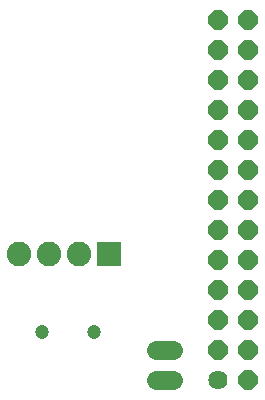
<source format=gbs>
G75*
G70*
%OFA0B0*%
%FSLAX24Y24*%
%IPPOS*%
%LPD*%
%AMOC8*
5,1,8,0,0,1.08239X$1,22.5*
%
%ADD10C,0.0640*%
%ADD11OC8,0.0640*%
%ADD12C,0.0640*%
%ADD13R,0.0820X0.0820*%
%ADD14C,0.0820*%
%ADD15C,0.0474*%
D10*
X008580Y000730D03*
D11*
X008580Y001730D03*
X008580Y002730D03*
X008580Y003730D03*
X008580Y004730D03*
X008580Y005730D03*
X008580Y006730D03*
X008580Y007730D03*
X008580Y008730D03*
X008580Y009730D03*
X008580Y010730D03*
X008580Y011730D03*
X008580Y012730D03*
X009580Y012730D03*
X009580Y011730D03*
X009580Y010730D03*
X009580Y009730D03*
X009580Y008730D03*
X009580Y007730D03*
X009580Y006730D03*
X009580Y005730D03*
X009580Y004730D03*
X009580Y003730D03*
X009580Y002730D03*
X009580Y001730D03*
X009580Y000730D03*
D12*
X007085Y000730D02*
X006525Y000730D01*
X006525Y001730D02*
X007085Y001730D01*
D13*
X004930Y004930D03*
D14*
X003930Y004930D03*
X002930Y004930D03*
X001930Y004930D03*
D15*
X002714Y002349D03*
X004446Y002349D03*
M02*

</source>
